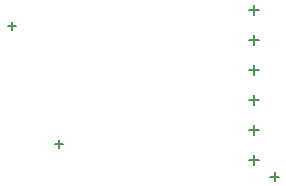
<source format=gbr>
%TF.GenerationSoftware,Altium Limited,Altium Designer,21.2.1 (34)*%
G04 Layer_Color=128*
%FSLAX26Y26*%
%MOIN*%
%TF.SameCoordinates,A0A043E5-24E2-464B-A4FE-AC519CE3A301*%
%TF.FilePolarity,Positive*%
%TF.FileFunction,Drillmap*%
%TF.Part,Single*%
G01*
G75*
%TA.AperFunction,NonConductor*%
%ADD25C,0.005000*%
D25*
X1281496Y222441D02*
X1316929D01*
X1299213Y204724D02*
Y240157D01*
X1281496Y322441D02*
X1316929D01*
X1299213Y304724D02*
Y340157D01*
X1281496Y422441D02*
X1316929D01*
X1299213Y404724D02*
Y440157D01*
X1281496Y522441D02*
X1316929D01*
X1299213Y504724D02*
Y540157D01*
X1281496Y622441D02*
X1316929D01*
X1299213Y604724D02*
Y640157D01*
X1281496Y722441D02*
X1316929D01*
X1299213Y704724D02*
Y740157D01*
X1354110Y167323D02*
X1382110D01*
X1368110Y153323D02*
Y181323D01*
X635606Y275591D02*
X663606D01*
X649606Y261591D02*
Y289591D01*
X478126Y669291D02*
X506126D01*
X492126Y655291D02*
Y683291D01*
%TF.MD5,2e670c94a35c7151ba153b2933a32842*%
M02*

</source>
